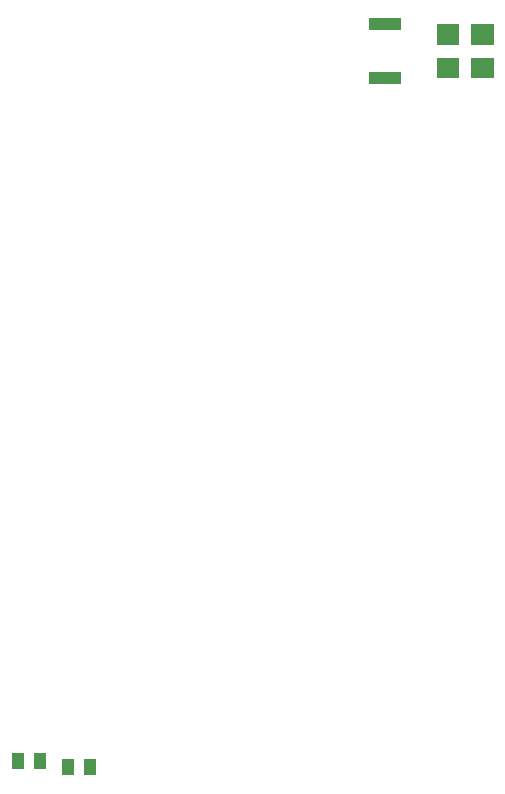
<source format=gbp>
G04*
G04 #@! TF.GenerationSoftware,Altium Limited,Altium Designer,21.0.9 (235)*
G04*
G04 Layer_Color=128*
%FSLAX44Y44*%
%MOMM*%
G71*
G04*
G04 #@! TF.SameCoordinates,58F94E15-CAE4-4791-8A53-09B8A48F05B3*
G04*
G04*
G04 #@! TF.FilePolarity,Positive*
G04*
G01*
G75*
%ADD26R,1.0160X1.3970*%
%ADD33R,2.7400X0.9800*%
G36*
X466920Y824010D02*
Y806410D01*
X485720D01*
Y824010D01*
X466920D01*
D02*
G37*
G36*
Y852210D02*
Y834610D01*
X485720D01*
Y852210D01*
X466920D01*
D02*
G37*
G36*
X496320Y824010D02*
Y806410D01*
X515120D01*
Y824010D01*
X496320D01*
D02*
G37*
G36*
Y852210D02*
Y834610D01*
X515120D01*
Y852210D01*
X496320D01*
D02*
G37*
D26*
X112522Y228600D02*
D03*
X131318D02*
D03*
X173736Y223455D02*
D03*
X154940D02*
D03*
D33*
X422910Y852170D02*
D03*
Y806450D02*
D03*
M02*

</source>
